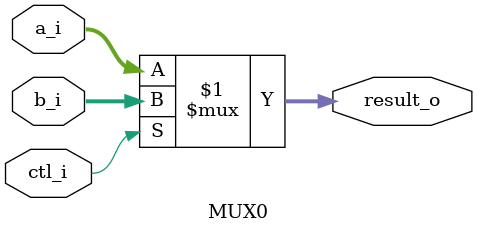
<source format=v>
module MUX0(

input [3:0] a_i,b_i,
input ctl_i,
output[3:0] result_o);

//0选a通路，1选b通路
assign result_o=ctl_i?b_i:a_i;

endmodule
</source>
